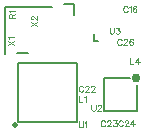
<source format=gbr>
G04 DipTrace 3.3.1.0*
G04 TopSilk.gbr*
%MOMM*%
G04 #@! TF.FileFunction,Legend,Top*
G04 #@! TF.Part,Single*
%ADD21C,0.2*%
%ADD41C,0.49995*%
%ADD44C,0.75002*%
%ADD103C,0.07843*%
%FSLAX35Y35*%
G04*
G71*
G90*
G75*
G01*
G04 TopSilk*
%LPD*%
X149995Y144995D2*
D21*
X650000D1*
Y645000D1*
X149995D1*
Y144995D1*
D41*
X124997Y119997D3*
D44*
X1155499Y512499D3*
X1097996Y515003D2*
D21*
X878000D1*
Y235000D1*
X1158003D1*
Y454996D1*
X833372Y828630D2*
X793370D1*
Y883636D1*
X141996Y723000D2*
X242004D1*
X630000Y1045010D2*
Y1140000D1*
X544998D1*
X40000Y720000D2*
Y1120000D1*
X440000D1*
X704966Y437105D2*
D103*
X702552Y441935D1*
X697666Y446820D1*
X692837Y449235D1*
X683123D1*
X678237Y446820D1*
X673408Y441935D1*
X670937Y437105D1*
X668523Y429805D1*
Y417620D1*
X670937Y410376D1*
X673408Y405491D1*
X678237Y400662D1*
X683123Y398191D1*
X692837D1*
X697666Y400662D1*
X702552Y405491D1*
X704966Y410376D1*
X723123Y437049D2*
Y439464D1*
X725538Y444349D1*
X727953Y446764D1*
X732838Y449178D1*
X742553D1*
X747382Y446764D1*
X749797Y444349D1*
X752267Y439464D1*
Y434635D1*
X749797Y429749D1*
X744967Y422505D1*
X720653Y398191D1*
X754682D1*
X772839Y437049D2*
Y439464D1*
X775254Y444349D1*
X777668Y446764D1*
X782554Y449178D1*
X792268D1*
X797097Y446764D1*
X799512Y444349D1*
X801983Y439464D1*
Y434635D1*
X799512Y429749D1*
X794683Y422505D1*
X770368Y398191D1*
X804397D1*
X890380Y143065D2*
X887965Y147895D1*
X883080Y152780D1*
X878251Y155195D1*
X868536D1*
X863651Y152780D1*
X858821Y147895D1*
X856351Y143065D1*
X853936Y135765D1*
Y123580D1*
X856351Y116336D1*
X858821Y111451D1*
X863651Y106622D1*
X868536Y104151D1*
X878251D1*
X883080Y106622D1*
X887965Y111451D1*
X890380Y116336D1*
X908537Y143009D2*
Y145424D1*
X910951Y150309D1*
X913366Y152724D1*
X918251Y155138D1*
X927966D1*
X932795Y152724D1*
X935210Y150309D1*
X937681Y145424D1*
Y140595D1*
X935210Y135709D1*
X930381Y128465D1*
X906066Y104151D1*
X940095D1*
X960667Y155138D2*
X987340D1*
X972796Y135709D1*
X980096D1*
X984925Y133295D1*
X987340Y130880D1*
X989811Y123580D1*
Y118751D1*
X987340Y111451D1*
X982511Y106565D1*
X975211Y104151D1*
X967911D1*
X960667Y106565D1*
X958252Y109036D1*
X955782Y113865D1*
X1039919Y144685D2*
X1037504Y149515D1*
X1032619Y154400D1*
X1027790Y156815D1*
X1018075D1*
X1013190Y154400D1*
X1008361Y149515D1*
X1005890Y144685D1*
X1003475Y137385D1*
Y125200D1*
X1005890Y117956D1*
X1008361Y113071D1*
X1013190Y108242D1*
X1018075Y105771D1*
X1027790D1*
X1032619Y108242D1*
X1037504Y113071D1*
X1039919Y117956D1*
X1058076Y144629D2*
Y147044D1*
X1060491Y151929D1*
X1062905Y154344D1*
X1067791Y156758D1*
X1077505D1*
X1082335Y154344D1*
X1084749Y151929D1*
X1087220Y147044D1*
Y142215D1*
X1084749Y137329D1*
X1079920Y130085D1*
X1055605Y105771D1*
X1089635D1*
X1129636D2*
Y156758D1*
X1105321Y122785D1*
X1141765D1*
X1030578Y833149D2*
X1028164Y837978D1*
X1023278Y842863D1*
X1018449Y845278D1*
X1008735D1*
X1003849Y842863D1*
X999020Y837978D1*
X996549Y833149D1*
X994135Y825849D1*
Y813663D1*
X996549Y806420D1*
X999020Y801534D1*
X1003849Y796705D1*
X1008735Y794234D1*
X1018449D1*
X1023278Y796705D1*
X1028164Y801534D1*
X1030578Y806420D1*
X1048736Y833093D2*
Y835507D1*
X1051150Y840393D1*
X1053565Y842807D1*
X1058450Y845222D1*
X1068165D1*
X1072994Y842807D1*
X1075409Y840393D1*
X1077879Y835507D1*
Y830678D1*
X1075409Y825793D1*
X1070579Y818549D1*
X1046265Y794234D1*
X1080294D1*
X1125124Y837978D2*
X1122709Y842807D1*
X1115409Y845222D1*
X1110580D1*
X1103280Y842807D1*
X1098395Y835507D1*
X1095980Y823378D1*
Y811249D1*
X1098395Y801534D1*
X1103280Y796649D1*
X1110580Y794234D1*
X1112995D1*
X1120239Y796649D1*
X1125124Y801534D1*
X1127539Y808834D1*
Y811249D1*
X1125124Y818549D1*
X1120239Y823378D1*
X1112995Y825793D1*
X1110580D1*
X1103280Y823378D1*
X1098395Y818549D1*
X1095980Y811249D1*
X669076Y362605D2*
Y311561D1*
X698219D1*
X713906Y352834D2*
X718791Y355305D1*
X726091Y362548D1*
Y311561D1*
X1101216Y680335D2*
Y629291D1*
X1130360D1*
X1170361D2*
Y680278D1*
X1146046Y646305D1*
X1182490D1*
X100747Y1022183D2*
Y1044027D1*
X98276Y1051327D1*
X95861Y1053798D1*
X91032Y1056212D1*
X86147D1*
X81318Y1053798D1*
X78847Y1051327D1*
X76432Y1044027D1*
Y1022183D1*
X127476D1*
X100747Y1039198D2*
X127476Y1056212D1*
X86203Y1071899D2*
X83732Y1076784D1*
X76488Y1084084D1*
X127476D1*
X668050Y147395D2*
Y110951D1*
X670464Y103651D1*
X675350Y98822D1*
X682650Y96351D1*
X687479D1*
X694779Y98822D1*
X699664Y103651D1*
X702079Y110951D1*
Y147395D1*
X717765Y137624D2*
X722650Y140095D1*
X729950Y147338D1*
Y96351D1*
X775518Y288938D2*
Y252494D1*
X777932Y245194D1*
X782818Y240365D1*
X790118Y237894D1*
X794947D1*
X802247Y240365D1*
X807132Y245194D1*
X809547Y252494D1*
Y288938D1*
X827704Y276753D2*
Y279167D1*
X830119Y284053D1*
X832533Y286467D1*
X837419Y288882D1*
X847133D1*
X851962Y286467D1*
X854377Y284053D1*
X856848Y279167D1*
Y274338D1*
X854377Y269453D1*
X849548Y262209D1*
X825233Y237894D1*
X859262D1*
X930108Y940575D2*
Y904131D1*
X932522Y896831D1*
X937408Y892002D1*
X944708Y889531D1*
X949537D1*
X956837Y892002D1*
X961722Y896831D1*
X964137Y904131D1*
Y940575D1*
X984709Y940518D2*
X1011382D1*
X996838Y921089D1*
X1004138D1*
X1008967Y918675D1*
X1011382Y916260D1*
X1013852Y908960D1*
Y904131D1*
X1011382Y896831D1*
X1006552Y891945D1*
X999252Y889531D1*
X991952D1*
X984709Y891945D1*
X982294Y894416D1*
X979823Y899245D1*
X1080877Y1110689D2*
X1078462Y1115518D1*
X1073577Y1120403D1*
X1068748Y1122818D1*
X1059033D1*
X1054148Y1120403D1*
X1049319Y1115518D1*
X1046848Y1110689D1*
X1044433Y1103389D1*
Y1091203D1*
X1046848Y1083960D1*
X1049319Y1079074D1*
X1054148Y1074245D1*
X1059033Y1071774D1*
X1068748D1*
X1073577Y1074245D1*
X1078462Y1079074D1*
X1080877Y1083960D1*
X1096563Y1113047D2*
X1101449Y1115518D1*
X1108749Y1122762D1*
Y1071774D1*
X1153579Y1115518D2*
X1151164Y1120347D1*
X1143864Y1122762D1*
X1139035D1*
X1131735Y1120347D1*
X1126850Y1113047D1*
X1124435Y1100918D1*
Y1088789D1*
X1126850Y1079074D1*
X1131735Y1074189D1*
X1139035Y1071774D1*
X1141450D1*
X1148693Y1074189D1*
X1153579Y1079074D1*
X1155993Y1086374D1*
Y1088789D1*
X1153579Y1096089D1*
X1148693Y1100918D1*
X1141450Y1103333D1*
X1139035D1*
X1131735Y1100918D1*
X1126850Y1096089D1*
X1124435Y1088789D1*
X66765Y795950D2*
X117809Y829979D1*
X66765D2*
X117809Y795950D1*
X76536Y845665D2*
X74066Y850551D1*
X66822Y857851D1*
X117809Y857850D1*
X264255Y958588D2*
X315299Y992617D1*
X264255D2*
X315299Y958588D1*
X276441Y1010774D2*
X274026D1*
X269141Y1013189D1*
X266726Y1015603D1*
X264312Y1020489D1*
Y1030203D1*
X266726Y1035033D1*
X269141Y1037447D1*
X274026Y1039918D1*
X278856D1*
X283741Y1037447D1*
X290985Y1032618D1*
X315299Y1008303D1*
Y1042332D1*
M02*

</source>
